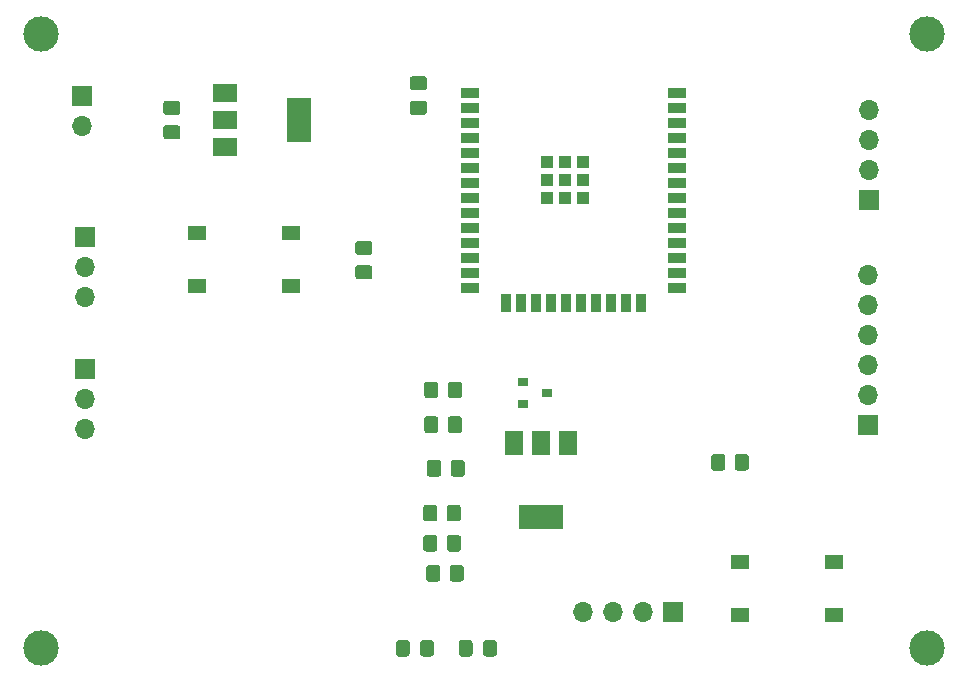
<source format=gbr>
%TF.GenerationSoftware,KiCad,Pcbnew,(5.1.2-1)-1*%
%TF.CreationDate,2022-01-27T07:40:46-05:00*%
%TF.ProjectId,project1-Juan,70726f6a-6563-4743-912d-4a75616e2e6b,rev?*%
%TF.SameCoordinates,Original*%
%TF.FileFunction,Soldermask,Top*%
%TF.FilePolarity,Negative*%
%FSLAX46Y46*%
G04 Gerber Fmt 4.6, Leading zero omitted, Abs format (unit mm)*
G04 Created by KiCad (PCBNEW (5.1.2-1)-1) date 2022-01-27 07:40:46*
%MOMM*%
%LPD*%
G04 APERTURE LIST*
%ADD10R,3.800000X2.000000*%
%ADD11R,1.500000X2.000000*%
%ADD12C,3.000000*%
%ADD13C,0.100000*%
%ADD14C,1.200000*%
%ADD15R,1.550000X1.300000*%
%ADD16R,2.000000X3.800000*%
%ADD17R,2.000000X1.500000*%
%ADD18R,1.700000X1.700000*%
%ADD19O,1.700000X1.700000*%
%ADD20R,0.900000X0.800000*%
%ADD21C,1.175000*%
%ADD22C,1.150000*%
%ADD23R,1.500000X0.900000*%
%ADD24R,0.900000X1.500000*%
%ADD25R,1.050000X1.050000*%
G04 APERTURE END LIST*
D10*
%TO.C,Q2*%
X117348000Y-148946000D03*
D11*
X117348000Y-142646000D03*
X115048000Y-142646000D03*
X119648000Y-142646000D03*
%TD*%
D12*
%TO.C,REF\002A\002A*%
X150000000Y-160000000D03*
%TD*%
%TO.C,REF\002A\002A*%
X150000000Y-108000000D03*
%TD*%
%TO.C,REF\002A\002A*%
X75000000Y-108000000D03*
%TD*%
%TO.C,REF\002A\002A*%
X75000000Y-160000000D03*
%TD*%
D13*
%TO.C,R5*%
G36*
X108594505Y-152971204D02*
G01*
X108618773Y-152974804D01*
X108642572Y-152980765D01*
X108665671Y-152989030D01*
X108687850Y-152999520D01*
X108708893Y-153012132D01*
X108728599Y-153026747D01*
X108746777Y-153043223D01*
X108763253Y-153061401D01*
X108777868Y-153081107D01*
X108790480Y-153102150D01*
X108800970Y-153124329D01*
X108809235Y-153147428D01*
X108815196Y-153171227D01*
X108818796Y-153195495D01*
X108820000Y-153219999D01*
X108820000Y-154120001D01*
X108818796Y-154144505D01*
X108815196Y-154168773D01*
X108809235Y-154192572D01*
X108800970Y-154215671D01*
X108790480Y-154237850D01*
X108777868Y-154258893D01*
X108763253Y-154278599D01*
X108746777Y-154296777D01*
X108728599Y-154313253D01*
X108708893Y-154327868D01*
X108687850Y-154340480D01*
X108665671Y-154350970D01*
X108642572Y-154359235D01*
X108618773Y-154365196D01*
X108594505Y-154368796D01*
X108570001Y-154370000D01*
X107869999Y-154370000D01*
X107845495Y-154368796D01*
X107821227Y-154365196D01*
X107797428Y-154359235D01*
X107774329Y-154350970D01*
X107752150Y-154340480D01*
X107731107Y-154327868D01*
X107711401Y-154313253D01*
X107693223Y-154296777D01*
X107676747Y-154278599D01*
X107662132Y-154258893D01*
X107649520Y-154237850D01*
X107639030Y-154215671D01*
X107630765Y-154192572D01*
X107624804Y-154168773D01*
X107621204Y-154144505D01*
X107620000Y-154120001D01*
X107620000Y-153219999D01*
X107621204Y-153195495D01*
X107624804Y-153171227D01*
X107630765Y-153147428D01*
X107639030Y-153124329D01*
X107649520Y-153102150D01*
X107662132Y-153081107D01*
X107676747Y-153061401D01*
X107693223Y-153043223D01*
X107711401Y-153026747D01*
X107731107Y-153012132D01*
X107752150Y-152999520D01*
X107774329Y-152989030D01*
X107797428Y-152980765D01*
X107821227Y-152974804D01*
X107845495Y-152971204D01*
X107869999Y-152970000D01*
X108570001Y-152970000D01*
X108594505Y-152971204D01*
X108594505Y-152971204D01*
G37*
D14*
X108220000Y-153670000D03*
D13*
G36*
X110594505Y-152971204D02*
G01*
X110618773Y-152974804D01*
X110642572Y-152980765D01*
X110665671Y-152989030D01*
X110687850Y-152999520D01*
X110708893Y-153012132D01*
X110728599Y-153026747D01*
X110746777Y-153043223D01*
X110763253Y-153061401D01*
X110777868Y-153081107D01*
X110790480Y-153102150D01*
X110800970Y-153124329D01*
X110809235Y-153147428D01*
X110815196Y-153171227D01*
X110818796Y-153195495D01*
X110820000Y-153219999D01*
X110820000Y-154120001D01*
X110818796Y-154144505D01*
X110815196Y-154168773D01*
X110809235Y-154192572D01*
X110800970Y-154215671D01*
X110790480Y-154237850D01*
X110777868Y-154258893D01*
X110763253Y-154278599D01*
X110746777Y-154296777D01*
X110728599Y-154313253D01*
X110708893Y-154327868D01*
X110687850Y-154340480D01*
X110665671Y-154350970D01*
X110642572Y-154359235D01*
X110618773Y-154365196D01*
X110594505Y-154368796D01*
X110570001Y-154370000D01*
X109869999Y-154370000D01*
X109845495Y-154368796D01*
X109821227Y-154365196D01*
X109797428Y-154359235D01*
X109774329Y-154350970D01*
X109752150Y-154340480D01*
X109731107Y-154327868D01*
X109711401Y-154313253D01*
X109693223Y-154296777D01*
X109676747Y-154278599D01*
X109662132Y-154258893D01*
X109649520Y-154237850D01*
X109639030Y-154215671D01*
X109630765Y-154192572D01*
X109624804Y-154168773D01*
X109621204Y-154144505D01*
X109620000Y-154120001D01*
X109620000Y-153219999D01*
X109621204Y-153195495D01*
X109624804Y-153171227D01*
X109630765Y-153147428D01*
X109639030Y-153124329D01*
X109649520Y-153102150D01*
X109662132Y-153081107D01*
X109676747Y-153061401D01*
X109693223Y-153043223D01*
X109711401Y-153026747D01*
X109731107Y-153012132D01*
X109752150Y-152999520D01*
X109774329Y-152989030D01*
X109797428Y-152980765D01*
X109821227Y-152974804D01*
X109845495Y-152971204D01*
X109869999Y-152970000D01*
X110570001Y-152970000D01*
X110594505Y-152971204D01*
X110594505Y-152971204D01*
G37*
D14*
X110220000Y-153670000D03*
%TD*%
D13*
%TO.C,R6*%
G36*
X110345585Y-147886124D02*
G01*
X110369853Y-147889724D01*
X110393652Y-147895685D01*
X110416751Y-147903950D01*
X110438930Y-147914440D01*
X110459973Y-147927052D01*
X110479679Y-147941667D01*
X110497857Y-147958143D01*
X110514333Y-147976321D01*
X110528948Y-147996027D01*
X110541560Y-148017070D01*
X110552050Y-148039249D01*
X110560315Y-148062348D01*
X110566276Y-148086147D01*
X110569876Y-148110415D01*
X110571080Y-148134919D01*
X110571080Y-149034921D01*
X110569876Y-149059425D01*
X110566276Y-149083693D01*
X110560315Y-149107492D01*
X110552050Y-149130591D01*
X110541560Y-149152770D01*
X110528948Y-149173813D01*
X110514333Y-149193519D01*
X110497857Y-149211697D01*
X110479679Y-149228173D01*
X110459973Y-149242788D01*
X110438930Y-149255400D01*
X110416751Y-149265890D01*
X110393652Y-149274155D01*
X110369853Y-149280116D01*
X110345585Y-149283716D01*
X110321081Y-149284920D01*
X109621079Y-149284920D01*
X109596575Y-149283716D01*
X109572307Y-149280116D01*
X109548508Y-149274155D01*
X109525409Y-149265890D01*
X109503230Y-149255400D01*
X109482187Y-149242788D01*
X109462481Y-149228173D01*
X109444303Y-149211697D01*
X109427827Y-149193519D01*
X109413212Y-149173813D01*
X109400600Y-149152770D01*
X109390110Y-149130591D01*
X109381845Y-149107492D01*
X109375884Y-149083693D01*
X109372284Y-149059425D01*
X109371080Y-149034921D01*
X109371080Y-148134919D01*
X109372284Y-148110415D01*
X109375884Y-148086147D01*
X109381845Y-148062348D01*
X109390110Y-148039249D01*
X109400600Y-148017070D01*
X109413212Y-147996027D01*
X109427827Y-147976321D01*
X109444303Y-147958143D01*
X109462481Y-147941667D01*
X109482187Y-147927052D01*
X109503230Y-147914440D01*
X109525409Y-147903950D01*
X109548508Y-147895685D01*
X109572307Y-147889724D01*
X109596575Y-147886124D01*
X109621079Y-147884920D01*
X110321081Y-147884920D01*
X110345585Y-147886124D01*
X110345585Y-147886124D01*
G37*
D14*
X109971080Y-148584920D03*
D13*
G36*
X108345585Y-147886124D02*
G01*
X108369853Y-147889724D01*
X108393652Y-147895685D01*
X108416751Y-147903950D01*
X108438930Y-147914440D01*
X108459973Y-147927052D01*
X108479679Y-147941667D01*
X108497857Y-147958143D01*
X108514333Y-147976321D01*
X108528948Y-147996027D01*
X108541560Y-148017070D01*
X108552050Y-148039249D01*
X108560315Y-148062348D01*
X108566276Y-148086147D01*
X108569876Y-148110415D01*
X108571080Y-148134919D01*
X108571080Y-149034921D01*
X108569876Y-149059425D01*
X108566276Y-149083693D01*
X108560315Y-149107492D01*
X108552050Y-149130591D01*
X108541560Y-149152770D01*
X108528948Y-149173813D01*
X108514333Y-149193519D01*
X108497857Y-149211697D01*
X108479679Y-149228173D01*
X108459973Y-149242788D01*
X108438930Y-149255400D01*
X108416751Y-149265890D01*
X108393652Y-149274155D01*
X108369853Y-149280116D01*
X108345585Y-149283716D01*
X108321081Y-149284920D01*
X107621079Y-149284920D01*
X107596575Y-149283716D01*
X107572307Y-149280116D01*
X107548508Y-149274155D01*
X107525409Y-149265890D01*
X107503230Y-149255400D01*
X107482187Y-149242788D01*
X107462481Y-149228173D01*
X107444303Y-149211697D01*
X107427827Y-149193519D01*
X107413212Y-149173813D01*
X107400600Y-149152770D01*
X107390110Y-149130591D01*
X107381845Y-149107492D01*
X107375884Y-149083693D01*
X107372284Y-149059425D01*
X107371080Y-149034921D01*
X107371080Y-148134919D01*
X107372284Y-148110415D01*
X107375884Y-148086147D01*
X107381845Y-148062348D01*
X107390110Y-148039249D01*
X107400600Y-148017070D01*
X107413212Y-147996027D01*
X107427827Y-147976321D01*
X107444303Y-147958143D01*
X107462481Y-147941667D01*
X107482187Y-147927052D01*
X107503230Y-147914440D01*
X107525409Y-147903950D01*
X107548508Y-147895685D01*
X107572307Y-147889724D01*
X107596575Y-147886124D01*
X107621079Y-147884920D01*
X108321081Y-147884920D01*
X108345585Y-147886124D01*
X108345585Y-147886124D01*
G37*
D14*
X107971080Y-148584920D03*
%TD*%
D13*
%TO.C,R7*%
G36*
X110355745Y-150431204D02*
G01*
X110380013Y-150434804D01*
X110403812Y-150440765D01*
X110426911Y-150449030D01*
X110449090Y-150459520D01*
X110470133Y-150472132D01*
X110489839Y-150486747D01*
X110508017Y-150503223D01*
X110524493Y-150521401D01*
X110539108Y-150541107D01*
X110551720Y-150562150D01*
X110562210Y-150584329D01*
X110570475Y-150607428D01*
X110576436Y-150631227D01*
X110580036Y-150655495D01*
X110581240Y-150679999D01*
X110581240Y-151580001D01*
X110580036Y-151604505D01*
X110576436Y-151628773D01*
X110570475Y-151652572D01*
X110562210Y-151675671D01*
X110551720Y-151697850D01*
X110539108Y-151718893D01*
X110524493Y-151738599D01*
X110508017Y-151756777D01*
X110489839Y-151773253D01*
X110470133Y-151787868D01*
X110449090Y-151800480D01*
X110426911Y-151810970D01*
X110403812Y-151819235D01*
X110380013Y-151825196D01*
X110355745Y-151828796D01*
X110331241Y-151830000D01*
X109631239Y-151830000D01*
X109606735Y-151828796D01*
X109582467Y-151825196D01*
X109558668Y-151819235D01*
X109535569Y-151810970D01*
X109513390Y-151800480D01*
X109492347Y-151787868D01*
X109472641Y-151773253D01*
X109454463Y-151756777D01*
X109437987Y-151738599D01*
X109423372Y-151718893D01*
X109410760Y-151697850D01*
X109400270Y-151675671D01*
X109392005Y-151652572D01*
X109386044Y-151628773D01*
X109382444Y-151604505D01*
X109381240Y-151580001D01*
X109381240Y-150679999D01*
X109382444Y-150655495D01*
X109386044Y-150631227D01*
X109392005Y-150607428D01*
X109400270Y-150584329D01*
X109410760Y-150562150D01*
X109423372Y-150541107D01*
X109437987Y-150521401D01*
X109454463Y-150503223D01*
X109472641Y-150486747D01*
X109492347Y-150472132D01*
X109513390Y-150459520D01*
X109535569Y-150449030D01*
X109558668Y-150440765D01*
X109582467Y-150434804D01*
X109606735Y-150431204D01*
X109631239Y-150430000D01*
X110331241Y-150430000D01*
X110355745Y-150431204D01*
X110355745Y-150431204D01*
G37*
D14*
X109981240Y-151130000D03*
D13*
G36*
X108355745Y-150431204D02*
G01*
X108380013Y-150434804D01*
X108403812Y-150440765D01*
X108426911Y-150449030D01*
X108449090Y-150459520D01*
X108470133Y-150472132D01*
X108489839Y-150486747D01*
X108508017Y-150503223D01*
X108524493Y-150521401D01*
X108539108Y-150541107D01*
X108551720Y-150562150D01*
X108562210Y-150584329D01*
X108570475Y-150607428D01*
X108576436Y-150631227D01*
X108580036Y-150655495D01*
X108581240Y-150679999D01*
X108581240Y-151580001D01*
X108580036Y-151604505D01*
X108576436Y-151628773D01*
X108570475Y-151652572D01*
X108562210Y-151675671D01*
X108551720Y-151697850D01*
X108539108Y-151718893D01*
X108524493Y-151738599D01*
X108508017Y-151756777D01*
X108489839Y-151773253D01*
X108470133Y-151787868D01*
X108449090Y-151800480D01*
X108426911Y-151810970D01*
X108403812Y-151819235D01*
X108380013Y-151825196D01*
X108355745Y-151828796D01*
X108331241Y-151830000D01*
X107631239Y-151830000D01*
X107606735Y-151828796D01*
X107582467Y-151825196D01*
X107558668Y-151819235D01*
X107535569Y-151810970D01*
X107513390Y-151800480D01*
X107492347Y-151787868D01*
X107472641Y-151773253D01*
X107454463Y-151756777D01*
X107437987Y-151738599D01*
X107423372Y-151718893D01*
X107410760Y-151697850D01*
X107400270Y-151675671D01*
X107392005Y-151652572D01*
X107386044Y-151628773D01*
X107382444Y-151604505D01*
X107381240Y-151580001D01*
X107381240Y-150679999D01*
X107382444Y-150655495D01*
X107386044Y-150631227D01*
X107392005Y-150607428D01*
X107400270Y-150584329D01*
X107410760Y-150562150D01*
X107423372Y-150541107D01*
X107437987Y-150521401D01*
X107454463Y-150503223D01*
X107472641Y-150486747D01*
X107492347Y-150472132D01*
X107513390Y-150459520D01*
X107535569Y-150449030D01*
X107558668Y-150440765D01*
X107582467Y-150434804D01*
X107606735Y-150431204D01*
X107631239Y-150430000D01*
X108331241Y-150430000D01*
X108355745Y-150431204D01*
X108355745Y-150431204D01*
G37*
D14*
X107981240Y-151130000D03*
%TD*%
D15*
%TO.C,SW1*%
X96177000Y-124877000D03*
X96177000Y-129377000D03*
X88227000Y-129377000D03*
X88227000Y-124877000D03*
%TD*%
%TO.C,SW2*%
X142151000Y-157190000D03*
X142151000Y-152690000D03*
X134201000Y-152690000D03*
X134201000Y-157190000D03*
%TD*%
D16*
%TO.C,U1*%
X96876000Y-115316000D03*
D17*
X90576000Y-115316000D03*
X90576000Y-117616000D03*
X90576000Y-113016000D03*
%TD*%
D18*
%TO.C,J6*%
X78740000Y-125222000D03*
D19*
X78740000Y-127762000D03*
X78740000Y-130302000D03*
%TD*%
D20*
%TO.C,Q1*%
X115840000Y-137480000D03*
X115840000Y-139380000D03*
X117840000Y-138430000D03*
%TD*%
D13*
%TO.C,R1*%
G36*
X110437506Y-137436205D02*
G01*
X110461774Y-137439805D01*
X110485573Y-137445766D01*
X110508672Y-137454031D01*
X110530851Y-137464521D01*
X110551894Y-137477133D01*
X110571600Y-137491748D01*
X110589778Y-137508224D01*
X110606254Y-137526402D01*
X110620869Y-137546108D01*
X110633481Y-137567151D01*
X110643971Y-137589330D01*
X110652236Y-137612429D01*
X110658197Y-137636228D01*
X110661797Y-137660496D01*
X110663001Y-137685000D01*
X110663001Y-138585002D01*
X110661797Y-138609506D01*
X110658197Y-138633774D01*
X110652236Y-138657573D01*
X110643971Y-138680672D01*
X110633481Y-138702851D01*
X110620869Y-138723894D01*
X110606254Y-138743600D01*
X110589778Y-138761778D01*
X110571600Y-138778254D01*
X110551894Y-138792869D01*
X110530851Y-138805481D01*
X110508672Y-138815971D01*
X110485573Y-138824236D01*
X110461774Y-138830197D01*
X110437506Y-138833797D01*
X110413002Y-138835001D01*
X109713000Y-138835001D01*
X109688496Y-138833797D01*
X109664228Y-138830197D01*
X109640429Y-138824236D01*
X109617330Y-138815971D01*
X109595151Y-138805481D01*
X109574108Y-138792869D01*
X109554402Y-138778254D01*
X109536224Y-138761778D01*
X109519748Y-138743600D01*
X109505133Y-138723894D01*
X109492521Y-138702851D01*
X109482031Y-138680672D01*
X109473766Y-138657573D01*
X109467805Y-138633774D01*
X109464205Y-138609506D01*
X109463001Y-138585002D01*
X109463001Y-137685000D01*
X109464205Y-137660496D01*
X109467805Y-137636228D01*
X109473766Y-137612429D01*
X109482031Y-137589330D01*
X109492521Y-137567151D01*
X109505133Y-137546108D01*
X109519748Y-137526402D01*
X109536224Y-137508224D01*
X109554402Y-137491748D01*
X109574108Y-137477133D01*
X109595151Y-137464521D01*
X109617330Y-137454031D01*
X109640429Y-137445766D01*
X109664228Y-137439805D01*
X109688496Y-137436205D01*
X109713000Y-137435001D01*
X110413002Y-137435001D01*
X110437506Y-137436205D01*
X110437506Y-137436205D01*
G37*
D14*
X110063001Y-138135001D03*
D13*
G36*
X108437506Y-137436205D02*
G01*
X108461774Y-137439805D01*
X108485573Y-137445766D01*
X108508672Y-137454031D01*
X108530851Y-137464521D01*
X108551894Y-137477133D01*
X108571600Y-137491748D01*
X108589778Y-137508224D01*
X108606254Y-137526402D01*
X108620869Y-137546108D01*
X108633481Y-137567151D01*
X108643971Y-137589330D01*
X108652236Y-137612429D01*
X108658197Y-137636228D01*
X108661797Y-137660496D01*
X108663001Y-137685000D01*
X108663001Y-138585002D01*
X108661797Y-138609506D01*
X108658197Y-138633774D01*
X108652236Y-138657573D01*
X108643971Y-138680672D01*
X108633481Y-138702851D01*
X108620869Y-138723894D01*
X108606254Y-138743600D01*
X108589778Y-138761778D01*
X108571600Y-138778254D01*
X108551894Y-138792869D01*
X108530851Y-138805481D01*
X108508672Y-138815971D01*
X108485573Y-138824236D01*
X108461774Y-138830197D01*
X108437506Y-138833797D01*
X108413002Y-138835001D01*
X107713000Y-138835001D01*
X107688496Y-138833797D01*
X107664228Y-138830197D01*
X107640429Y-138824236D01*
X107617330Y-138815971D01*
X107595151Y-138805481D01*
X107574108Y-138792869D01*
X107554402Y-138778254D01*
X107536224Y-138761778D01*
X107519748Y-138743600D01*
X107505133Y-138723894D01*
X107492521Y-138702851D01*
X107482031Y-138680672D01*
X107473766Y-138657573D01*
X107467805Y-138633774D01*
X107464205Y-138609506D01*
X107463001Y-138585002D01*
X107463001Y-137685000D01*
X107464205Y-137660496D01*
X107467805Y-137636228D01*
X107473766Y-137612429D01*
X107482031Y-137589330D01*
X107492521Y-137567151D01*
X107505133Y-137546108D01*
X107519748Y-137526402D01*
X107536224Y-137508224D01*
X107554402Y-137491748D01*
X107574108Y-137477133D01*
X107595151Y-137464521D01*
X107617330Y-137454031D01*
X107640429Y-137445766D01*
X107664228Y-137439805D01*
X107688496Y-137436205D01*
X107713000Y-137435001D01*
X108413002Y-137435001D01*
X108437506Y-137436205D01*
X108437506Y-137436205D01*
G37*
D14*
X108063001Y-138135001D03*
%TD*%
D13*
%TO.C,R2*%
G36*
X108437506Y-140386205D02*
G01*
X108461774Y-140389805D01*
X108485573Y-140395766D01*
X108508672Y-140404031D01*
X108530851Y-140414521D01*
X108551894Y-140427133D01*
X108571600Y-140441748D01*
X108589778Y-140458224D01*
X108606254Y-140476402D01*
X108620869Y-140496108D01*
X108633481Y-140517151D01*
X108643971Y-140539330D01*
X108652236Y-140562429D01*
X108658197Y-140586228D01*
X108661797Y-140610496D01*
X108663001Y-140635000D01*
X108663001Y-141535002D01*
X108661797Y-141559506D01*
X108658197Y-141583774D01*
X108652236Y-141607573D01*
X108643971Y-141630672D01*
X108633481Y-141652851D01*
X108620869Y-141673894D01*
X108606254Y-141693600D01*
X108589778Y-141711778D01*
X108571600Y-141728254D01*
X108551894Y-141742869D01*
X108530851Y-141755481D01*
X108508672Y-141765971D01*
X108485573Y-141774236D01*
X108461774Y-141780197D01*
X108437506Y-141783797D01*
X108413002Y-141785001D01*
X107713000Y-141785001D01*
X107688496Y-141783797D01*
X107664228Y-141780197D01*
X107640429Y-141774236D01*
X107617330Y-141765971D01*
X107595151Y-141755481D01*
X107574108Y-141742869D01*
X107554402Y-141728254D01*
X107536224Y-141711778D01*
X107519748Y-141693600D01*
X107505133Y-141673894D01*
X107492521Y-141652851D01*
X107482031Y-141630672D01*
X107473766Y-141607573D01*
X107467805Y-141583774D01*
X107464205Y-141559506D01*
X107463001Y-141535002D01*
X107463001Y-140635000D01*
X107464205Y-140610496D01*
X107467805Y-140586228D01*
X107473766Y-140562429D01*
X107482031Y-140539330D01*
X107492521Y-140517151D01*
X107505133Y-140496108D01*
X107519748Y-140476402D01*
X107536224Y-140458224D01*
X107554402Y-140441748D01*
X107574108Y-140427133D01*
X107595151Y-140414521D01*
X107617330Y-140404031D01*
X107640429Y-140395766D01*
X107664228Y-140389805D01*
X107688496Y-140386205D01*
X107713000Y-140385001D01*
X108413002Y-140385001D01*
X108437506Y-140386205D01*
X108437506Y-140386205D01*
G37*
D14*
X108063001Y-141085001D03*
D13*
G36*
X110437506Y-140386205D02*
G01*
X110461774Y-140389805D01*
X110485573Y-140395766D01*
X110508672Y-140404031D01*
X110530851Y-140414521D01*
X110551894Y-140427133D01*
X110571600Y-140441748D01*
X110589778Y-140458224D01*
X110606254Y-140476402D01*
X110620869Y-140496108D01*
X110633481Y-140517151D01*
X110643971Y-140539330D01*
X110652236Y-140562429D01*
X110658197Y-140586228D01*
X110661797Y-140610496D01*
X110663001Y-140635000D01*
X110663001Y-141535002D01*
X110661797Y-141559506D01*
X110658197Y-141583774D01*
X110652236Y-141607573D01*
X110643971Y-141630672D01*
X110633481Y-141652851D01*
X110620869Y-141673894D01*
X110606254Y-141693600D01*
X110589778Y-141711778D01*
X110571600Y-141728254D01*
X110551894Y-141742869D01*
X110530851Y-141755481D01*
X110508672Y-141765971D01*
X110485573Y-141774236D01*
X110461774Y-141780197D01*
X110437506Y-141783797D01*
X110413002Y-141785001D01*
X109713000Y-141785001D01*
X109688496Y-141783797D01*
X109664228Y-141780197D01*
X109640429Y-141774236D01*
X109617330Y-141765971D01*
X109595151Y-141755481D01*
X109574108Y-141742869D01*
X109554402Y-141728254D01*
X109536224Y-141711778D01*
X109519748Y-141693600D01*
X109505133Y-141673894D01*
X109492521Y-141652851D01*
X109482031Y-141630672D01*
X109473766Y-141607573D01*
X109467805Y-141583774D01*
X109464205Y-141559506D01*
X109463001Y-141535002D01*
X109463001Y-140635000D01*
X109464205Y-140610496D01*
X109467805Y-140586228D01*
X109473766Y-140562429D01*
X109482031Y-140539330D01*
X109492521Y-140517151D01*
X109505133Y-140496108D01*
X109519748Y-140476402D01*
X109536224Y-140458224D01*
X109554402Y-140441748D01*
X109574108Y-140427133D01*
X109595151Y-140414521D01*
X109617330Y-140404031D01*
X109640429Y-140395766D01*
X109664228Y-140389805D01*
X109688496Y-140386205D01*
X109713000Y-140385001D01*
X110413002Y-140385001D01*
X110437506Y-140386205D01*
X110437506Y-140386205D01*
G37*
D14*
X110063001Y-141085001D03*
%TD*%
D13*
%TO.C,R3*%
G36*
X108670705Y-144086284D02*
G01*
X108694973Y-144089884D01*
X108718772Y-144095845D01*
X108741871Y-144104110D01*
X108764050Y-144114600D01*
X108785093Y-144127212D01*
X108804799Y-144141827D01*
X108822977Y-144158303D01*
X108839453Y-144176481D01*
X108854068Y-144196187D01*
X108866680Y-144217230D01*
X108877170Y-144239409D01*
X108885435Y-144262508D01*
X108891396Y-144286307D01*
X108894996Y-144310575D01*
X108896200Y-144335079D01*
X108896200Y-145235081D01*
X108894996Y-145259585D01*
X108891396Y-145283853D01*
X108885435Y-145307652D01*
X108877170Y-145330751D01*
X108866680Y-145352930D01*
X108854068Y-145373973D01*
X108839453Y-145393679D01*
X108822977Y-145411857D01*
X108804799Y-145428333D01*
X108785093Y-145442948D01*
X108764050Y-145455560D01*
X108741871Y-145466050D01*
X108718772Y-145474315D01*
X108694973Y-145480276D01*
X108670705Y-145483876D01*
X108646201Y-145485080D01*
X107946199Y-145485080D01*
X107921695Y-145483876D01*
X107897427Y-145480276D01*
X107873628Y-145474315D01*
X107850529Y-145466050D01*
X107828350Y-145455560D01*
X107807307Y-145442948D01*
X107787601Y-145428333D01*
X107769423Y-145411857D01*
X107752947Y-145393679D01*
X107738332Y-145373973D01*
X107725720Y-145352930D01*
X107715230Y-145330751D01*
X107706965Y-145307652D01*
X107701004Y-145283853D01*
X107697404Y-145259585D01*
X107696200Y-145235081D01*
X107696200Y-144335079D01*
X107697404Y-144310575D01*
X107701004Y-144286307D01*
X107706965Y-144262508D01*
X107715230Y-144239409D01*
X107725720Y-144217230D01*
X107738332Y-144196187D01*
X107752947Y-144176481D01*
X107769423Y-144158303D01*
X107787601Y-144141827D01*
X107807307Y-144127212D01*
X107828350Y-144114600D01*
X107850529Y-144104110D01*
X107873628Y-144095845D01*
X107897427Y-144089884D01*
X107921695Y-144086284D01*
X107946199Y-144085080D01*
X108646201Y-144085080D01*
X108670705Y-144086284D01*
X108670705Y-144086284D01*
G37*
D14*
X108296200Y-144785080D03*
D13*
G36*
X110670705Y-144086284D02*
G01*
X110694973Y-144089884D01*
X110718772Y-144095845D01*
X110741871Y-144104110D01*
X110764050Y-144114600D01*
X110785093Y-144127212D01*
X110804799Y-144141827D01*
X110822977Y-144158303D01*
X110839453Y-144176481D01*
X110854068Y-144196187D01*
X110866680Y-144217230D01*
X110877170Y-144239409D01*
X110885435Y-144262508D01*
X110891396Y-144286307D01*
X110894996Y-144310575D01*
X110896200Y-144335079D01*
X110896200Y-145235081D01*
X110894996Y-145259585D01*
X110891396Y-145283853D01*
X110885435Y-145307652D01*
X110877170Y-145330751D01*
X110866680Y-145352930D01*
X110854068Y-145373973D01*
X110839453Y-145393679D01*
X110822977Y-145411857D01*
X110804799Y-145428333D01*
X110785093Y-145442948D01*
X110764050Y-145455560D01*
X110741871Y-145466050D01*
X110718772Y-145474315D01*
X110694973Y-145480276D01*
X110670705Y-145483876D01*
X110646201Y-145485080D01*
X109946199Y-145485080D01*
X109921695Y-145483876D01*
X109897427Y-145480276D01*
X109873628Y-145474315D01*
X109850529Y-145466050D01*
X109828350Y-145455560D01*
X109807307Y-145442948D01*
X109787601Y-145428333D01*
X109769423Y-145411857D01*
X109752947Y-145393679D01*
X109738332Y-145373973D01*
X109725720Y-145352930D01*
X109715230Y-145330751D01*
X109706965Y-145307652D01*
X109701004Y-145283853D01*
X109697404Y-145259585D01*
X109696200Y-145235081D01*
X109696200Y-144335079D01*
X109697404Y-144310575D01*
X109701004Y-144286307D01*
X109706965Y-144262508D01*
X109715230Y-144239409D01*
X109725720Y-144217230D01*
X109738332Y-144196187D01*
X109752947Y-144176481D01*
X109769423Y-144158303D01*
X109787601Y-144141827D01*
X109807307Y-144127212D01*
X109828350Y-144114600D01*
X109850529Y-144104110D01*
X109873628Y-144095845D01*
X109897427Y-144089884D01*
X109921695Y-144086284D01*
X109946199Y-144085080D01*
X110646201Y-144085080D01*
X110670705Y-144086284D01*
X110670705Y-144086284D01*
G37*
D14*
X110296200Y-144785080D03*
%TD*%
D13*
%TO.C,R4*%
G36*
X134724505Y-143573204D02*
G01*
X134748773Y-143576804D01*
X134772572Y-143582765D01*
X134795671Y-143591030D01*
X134817850Y-143601520D01*
X134838893Y-143614132D01*
X134858599Y-143628747D01*
X134876777Y-143645223D01*
X134893253Y-143663401D01*
X134907868Y-143683107D01*
X134920480Y-143704150D01*
X134930970Y-143726329D01*
X134939235Y-143749428D01*
X134945196Y-143773227D01*
X134948796Y-143797495D01*
X134950000Y-143821999D01*
X134950000Y-144722001D01*
X134948796Y-144746505D01*
X134945196Y-144770773D01*
X134939235Y-144794572D01*
X134930970Y-144817671D01*
X134920480Y-144839850D01*
X134907868Y-144860893D01*
X134893253Y-144880599D01*
X134876777Y-144898777D01*
X134858599Y-144915253D01*
X134838893Y-144929868D01*
X134817850Y-144942480D01*
X134795671Y-144952970D01*
X134772572Y-144961235D01*
X134748773Y-144967196D01*
X134724505Y-144970796D01*
X134700001Y-144972000D01*
X133999999Y-144972000D01*
X133975495Y-144970796D01*
X133951227Y-144967196D01*
X133927428Y-144961235D01*
X133904329Y-144952970D01*
X133882150Y-144942480D01*
X133861107Y-144929868D01*
X133841401Y-144915253D01*
X133823223Y-144898777D01*
X133806747Y-144880599D01*
X133792132Y-144860893D01*
X133779520Y-144839850D01*
X133769030Y-144817671D01*
X133760765Y-144794572D01*
X133754804Y-144770773D01*
X133751204Y-144746505D01*
X133750000Y-144722001D01*
X133750000Y-143821999D01*
X133751204Y-143797495D01*
X133754804Y-143773227D01*
X133760765Y-143749428D01*
X133769030Y-143726329D01*
X133779520Y-143704150D01*
X133792132Y-143683107D01*
X133806747Y-143663401D01*
X133823223Y-143645223D01*
X133841401Y-143628747D01*
X133861107Y-143614132D01*
X133882150Y-143601520D01*
X133904329Y-143591030D01*
X133927428Y-143582765D01*
X133951227Y-143576804D01*
X133975495Y-143573204D01*
X133999999Y-143572000D01*
X134700001Y-143572000D01*
X134724505Y-143573204D01*
X134724505Y-143573204D01*
G37*
D14*
X134350000Y-144272000D03*
D13*
G36*
X132724505Y-143573204D02*
G01*
X132748773Y-143576804D01*
X132772572Y-143582765D01*
X132795671Y-143591030D01*
X132817850Y-143601520D01*
X132838893Y-143614132D01*
X132858599Y-143628747D01*
X132876777Y-143645223D01*
X132893253Y-143663401D01*
X132907868Y-143683107D01*
X132920480Y-143704150D01*
X132930970Y-143726329D01*
X132939235Y-143749428D01*
X132945196Y-143773227D01*
X132948796Y-143797495D01*
X132950000Y-143821999D01*
X132950000Y-144722001D01*
X132948796Y-144746505D01*
X132945196Y-144770773D01*
X132939235Y-144794572D01*
X132930970Y-144817671D01*
X132920480Y-144839850D01*
X132907868Y-144860893D01*
X132893253Y-144880599D01*
X132876777Y-144898777D01*
X132858599Y-144915253D01*
X132838893Y-144929868D01*
X132817850Y-144942480D01*
X132795671Y-144952970D01*
X132772572Y-144961235D01*
X132748773Y-144967196D01*
X132724505Y-144970796D01*
X132700001Y-144972000D01*
X131999999Y-144972000D01*
X131975495Y-144970796D01*
X131951227Y-144967196D01*
X131927428Y-144961235D01*
X131904329Y-144952970D01*
X131882150Y-144942480D01*
X131861107Y-144929868D01*
X131841401Y-144915253D01*
X131823223Y-144898777D01*
X131806747Y-144880599D01*
X131792132Y-144860893D01*
X131779520Y-144839850D01*
X131769030Y-144817671D01*
X131760765Y-144794572D01*
X131754804Y-144770773D01*
X131751204Y-144746505D01*
X131750000Y-144722001D01*
X131750000Y-143821999D01*
X131751204Y-143797495D01*
X131754804Y-143773227D01*
X131760765Y-143749428D01*
X131769030Y-143726329D01*
X131779520Y-143704150D01*
X131792132Y-143683107D01*
X131806747Y-143663401D01*
X131823223Y-143645223D01*
X131841401Y-143628747D01*
X131861107Y-143614132D01*
X131882150Y-143601520D01*
X131904329Y-143591030D01*
X131927428Y-143582765D01*
X131951227Y-143576804D01*
X131975495Y-143573204D01*
X131999999Y-143572000D01*
X132700001Y-143572000D01*
X132724505Y-143573204D01*
X132724505Y-143573204D01*
G37*
D14*
X132350000Y-144272000D03*
%TD*%
D13*
%TO.C,C2*%
G36*
X107463984Y-111599244D02*
G01*
X107488253Y-111602844D01*
X107512051Y-111608805D01*
X107535151Y-111617070D01*
X107557329Y-111627560D01*
X107578373Y-111640173D01*
X107598078Y-111654787D01*
X107616257Y-111671263D01*
X107632733Y-111689442D01*
X107647347Y-111709147D01*
X107659960Y-111730191D01*
X107670450Y-111752369D01*
X107678715Y-111775469D01*
X107684676Y-111799267D01*
X107688276Y-111823536D01*
X107689480Y-111848040D01*
X107689480Y-112523040D01*
X107688276Y-112547544D01*
X107684676Y-112571813D01*
X107678715Y-112595611D01*
X107670450Y-112618711D01*
X107659960Y-112640889D01*
X107647347Y-112661933D01*
X107632733Y-112681638D01*
X107616257Y-112699817D01*
X107598078Y-112716293D01*
X107578373Y-112730907D01*
X107557329Y-112743520D01*
X107535151Y-112754010D01*
X107512051Y-112762275D01*
X107488253Y-112768236D01*
X107463984Y-112771836D01*
X107439480Y-112773040D01*
X106489480Y-112773040D01*
X106464976Y-112771836D01*
X106440707Y-112768236D01*
X106416909Y-112762275D01*
X106393809Y-112754010D01*
X106371631Y-112743520D01*
X106350587Y-112730907D01*
X106330882Y-112716293D01*
X106312703Y-112699817D01*
X106296227Y-112681638D01*
X106281613Y-112661933D01*
X106269000Y-112640889D01*
X106258510Y-112618711D01*
X106250245Y-112595611D01*
X106244284Y-112571813D01*
X106240684Y-112547544D01*
X106239480Y-112523040D01*
X106239480Y-111848040D01*
X106240684Y-111823536D01*
X106244284Y-111799267D01*
X106250245Y-111775469D01*
X106258510Y-111752369D01*
X106269000Y-111730191D01*
X106281613Y-111709147D01*
X106296227Y-111689442D01*
X106312703Y-111671263D01*
X106330882Y-111654787D01*
X106350587Y-111640173D01*
X106371631Y-111627560D01*
X106393809Y-111617070D01*
X106416909Y-111608805D01*
X106440707Y-111602844D01*
X106464976Y-111599244D01*
X106489480Y-111598040D01*
X107439480Y-111598040D01*
X107463984Y-111599244D01*
X107463984Y-111599244D01*
G37*
D21*
X106964480Y-112185540D03*
D13*
G36*
X107463984Y-113674244D02*
G01*
X107488253Y-113677844D01*
X107512051Y-113683805D01*
X107535151Y-113692070D01*
X107557329Y-113702560D01*
X107578373Y-113715173D01*
X107598078Y-113729787D01*
X107616257Y-113746263D01*
X107632733Y-113764442D01*
X107647347Y-113784147D01*
X107659960Y-113805191D01*
X107670450Y-113827369D01*
X107678715Y-113850469D01*
X107684676Y-113874267D01*
X107688276Y-113898536D01*
X107689480Y-113923040D01*
X107689480Y-114598040D01*
X107688276Y-114622544D01*
X107684676Y-114646813D01*
X107678715Y-114670611D01*
X107670450Y-114693711D01*
X107659960Y-114715889D01*
X107647347Y-114736933D01*
X107632733Y-114756638D01*
X107616257Y-114774817D01*
X107598078Y-114791293D01*
X107578373Y-114805907D01*
X107557329Y-114818520D01*
X107535151Y-114829010D01*
X107512051Y-114837275D01*
X107488253Y-114843236D01*
X107463984Y-114846836D01*
X107439480Y-114848040D01*
X106489480Y-114848040D01*
X106464976Y-114846836D01*
X106440707Y-114843236D01*
X106416909Y-114837275D01*
X106393809Y-114829010D01*
X106371631Y-114818520D01*
X106350587Y-114805907D01*
X106330882Y-114791293D01*
X106312703Y-114774817D01*
X106296227Y-114756638D01*
X106281613Y-114736933D01*
X106269000Y-114715889D01*
X106258510Y-114693711D01*
X106250245Y-114670611D01*
X106244284Y-114646813D01*
X106240684Y-114622544D01*
X106239480Y-114598040D01*
X106239480Y-113923040D01*
X106240684Y-113898536D01*
X106244284Y-113874267D01*
X106250245Y-113850469D01*
X106258510Y-113827369D01*
X106269000Y-113805191D01*
X106281613Y-113784147D01*
X106296227Y-113764442D01*
X106312703Y-113746263D01*
X106330882Y-113729787D01*
X106350587Y-113715173D01*
X106371631Y-113702560D01*
X106393809Y-113692070D01*
X106416909Y-113683805D01*
X106440707Y-113677844D01*
X106464976Y-113674244D01*
X106489480Y-113673040D01*
X107439480Y-113673040D01*
X107463984Y-113674244D01*
X107463984Y-113674244D01*
G37*
D21*
X106964480Y-114260540D03*
%TD*%
D18*
%TO.C,J3*%
X145161000Y-122047000D03*
D19*
X145161000Y-119507000D03*
X145161000Y-116967000D03*
X145161000Y-114427000D03*
%TD*%
D13*
%TO.C,D2*%
G36*
X106004505Y-159321204D02*
G01*
X106028773Y-159324804D01*
X106052572Y-159330765D01*
X106075671Y-159339030D01*
X106097850Y-159349520D01*
X106118893Y-159362132D01*
X106138599Y-159376747D01*
X106156777Y-159393223D01*
X106173253Y-159411401D01*
X106187868Y-159431107D01*
X106200480Y-159452150D01*
X106210970Y-159474329D01*
X106219235Y-159497428D01*
X106225196Y-159521227D01*
X106228796Y-159545495D01*
X106230000Y-159569999D01*
X106230000Y-160470001D01*
X106228796Y-160494505D01*
X106225196Y-160518773D01*
X106219235Y-160542572D01*
X106210970Y-160565671D01*
X106200480Y-160587850D01*
X106187868Y-160608893D01*
X106173253Y-160628599D01*
X106156777Y-160646777D01*
X106138599Y-160663253D01*
X106118893Y-160677868D01*
X106097850Y-160690480D01*
X106075671Y-160700970D01*
X106052572Y-160709235D01*
X106028773Y-160715196D01*
X106004505Y-160718796D01*
X105980001Y-160720000D01*
X105329999Y-160720000D01*
X105305495Y-160718796D01*
X105281227Y-160715196D01*
X105257428Y-160709235D01*
X105234329Y-160700970D01*
X105212150Y-160690480D01*
X105191107Y-160677868D01*
X105171401Y-160663253D01*
X105153223Y-160646777D01*
X105136747Y-160628599D01*
X105122132Y-160608893D01*
X105109520Y-160587850D01*
X105099030Y-160565671D01*
X105090765Y-160542572D01*
X105084804Y-160518773D01*
X105081204Y-160494505D01*
X105080000Y-160470001D01*
X105080000Y-159569999D01*
X105081204Y-159545495D01*
X105084804Y-159521227D01*
X105090765Y-159497428D01*
X105099030Y-159474329D01*
X105109520Y-159452150D01*
X105122132Y-159431107D01*
X105136747Y-159411401D01*
X105153223Y-159393223D01*
X105171401Y-159376747D01*
X105191107Y-159362132D01*
X105212150Y-159349520D01*
X105234329Y-159339030D01*
X105257428Y-159330765D01*
X105281227Y-159324804D01*
X105305495Y-159321204D01*
X105329999Y-159320000D01*
X105980001Y-159320000D01*
X106004505Y-159321204D01*
X106004505Y-159321204D01*
G37*
D22*
X105655000Y-160020000D03*
D13*
G36*
X108054505Y-159321204D02*
G01*
X108078773Y-159324804D01*
X108102572Y-159330765D01*
X108125671Y-159339030D01*
X108147850Y-159349520D01*
X108168893Y-159362132D01*
X108188599Y-159376747D01*
X108206777Y-159393223D01*
X108223253Y-159411401D01*
X108237868Y-159431107D01*
X108250480Y-159452150D01*
X108260970Y-159474329D01*
X108269235Y-159497428D01*
X108275196Y-159521227D01*
X108278796Y-159545495D01*
X108280000Y-159569999D01*
X108280000Y-160470001D01*
X108278796Y-160494505D01*
X108275196Y-160518773D01*
X108269235Y-160542572D01*
X108260970Y-160565671D01*
X108250480Y-160587850D01*
X108237868Y-160608893D01*
X108223253Y-160628599D01*
X108206777Y-160646777D01*
X108188599Y-160663253D01*
X108168893Y-160677868D01*
X108147850Y-160690480D01*
X108125671Y-160700970D01*
X108102572Y-160709235D01*
X108078773Y-160715196D01*
X108054505Y-160718796D01*
X108030001Y-160720000D01*
X107379999Y-160720000D01*
X107355495Y-160718796D01*
X107331227Y-160715196D01*
X107307428Y-160709235D01*
X107284329Y-160700970D01*
X107262150Y-160690480D01*
X107241107Y-160677868D01*
X107221401Y-160663253D01*
X107203223Y-160646777D01*
X107186747Y-160628599D01*
X107172132Y-160608893D01*
X107159520Y-160587850D01*
X107149030Y-160565671D01*
X107140765Y-160542572D01*
X107134804Y-160518773D01*
X107131204Y-160494505D01*
X107130000Y-160470001D01*
X107130000Y-159569999D01*
X107131204Y-159545495D01*
X107134804Y-159521227D01*
X107140765Y-159497428D01*
X107149030Y-159474329D01*
X107159520Y-159452150D01*
X107172132Y-159431107D01*
X107186747Y-159411401D01*
X107203223Y-159393223D01*
X107221401Y-159376747D01*
X107241107Y-159362132D01*
X107262150Y-159349520D01*
X107284329Y-159339030D01*
X107307428Y-159330765D01*
X107331227Y-159324804D01*
X107355495Y-159321204D01*
X107379999Y-159320000D01*
X108030001Y-159320000D01*
X108054505Y-159321204D01*
X108054505Y-159321204D01*
G37*
D22*
X107705000Y-160020000D03*
%TD*%
D13*
%TO.C,C3*%
G36*
X102861504Y-125524704D02*
G01*
X102885773Y-125528304D01*
X102909571Y-125534265D01*
X102932671Y-125542530D01*
X102954849Y-125553020D01*
X102975893Y-125565633D01*
X102995598Y-125580247D01*
X103013777Y-125596723D01*
X103030253Y-125614902D01*
X103044867Y-125634607D01*
X103057480Y-125655651D01*
X103067970Y-125677829D01*
X103076235Y-125700929D01*
X103082196Y-125724727D01*
X103085796Y-125748996D01*
X103087000Y-125773500D01*
X103087000Y-126448500D01*
X103085796Y-126473004D01*
X103082196Y-126497273D01*
X103076235Y-126521071D01*
X103067970Y-126544171D01*
X103057480Y-126566349D01*
X103044867Y-126587393D01*
X103030253Y-126607098D01*
X103013777Y-126625277D01*
X102995598Y-126641753D01*
X102975893Y-126656367D01*
X102954849Y-126668980D01*
X102932671Y-126679470D01*
X102909571Y-126687735D01*
X102885773Y-126693696D01*
X102861504Y-126697296D01*
X102837000Y-126698500D01*
X101887000Y-126698500D01*
X101862496Y-126697296D01*
X101838227Y-126693696D01*
X101814429Y-126687735D01*
X101791329Y-126679470D01*
X101769151Y-126668980D01*
X101748107Y-126656367D01*
X101728402Y-126641753D01*
X101710223Y-126625277D01*
X101693747Y-126607098D01*
X101679133Y-126587393D01*
X101666520Y-126566349D01*
X101656030Y-126544171D01*
X101647765Y-126521071D01*
X101641804Y-126497273D01*
X101638204Y-126473004D01*
X101637000Y-126448500D01*
X101637000Y-125773500D01*
X101638204Y-125748996D01*
X101641804Y-125724727D01*
X101647765Y-125700929D01*
X101656030Y-125677829D01*
X101666520Y-125655651D01*
X101679133Y-125634607D01*
X101693747Y-125614902D01*
X101710223Y-125596723D01*
X101728402Y-125580247D01*
X101748107Y-125565633D01*
X101769151Y-125553020D01*
X101791329Y-125542530D01*
X101814429Y-125534265D01*
X101838227Y-125528304D01*
X101862496Y-125524704D01*
X101887000Y-125523500D01*
X102837000Y-125523500D01*
X102861504Y-125524704D01*
X102861504Y-125524704D01*
G37*
D21*
X102362000Y-126111000D03*
D13*
G36*
X102861504Y-127599704D02*
G01*
X102885773Y-127603304D01*
X102909571Y-127609265D01*
X102932671Y-127617530D01*
X102954849Y-127628020D01*
X102975893Y-127640633D01*
X102995598Y-127655247D01*
X103013777Y-127671723D01*
X103030253Y-127689902D01*
X103044867Y-127709607D01*
X103057480Y-127730651D01*
X103067970Y-127752829D01*
X103076235Y-127775929D01*
X103082196Y-127799727D01*
X103085796Y-127823996D01*
X103087000Y-127848500D01*
X103087000Y-128523500D01*
X103085796Y-128548004D01*
X103082196Y-128572273D01*
X103076235Y-128596071D01*
X103067970Y-128619171D01*
X103057480Y-128641349D01*
X103044867Y-128662393D01*
X103030253Y-128682098D01*
X103013777Y-128700277D01*
X102995598Y-128716753D01*
X102975893Y-128731367D01*
X102954849Y-128743980D01*
X102932671Y-128754470D01*
X102909571Y-128762735D01*
X102885773Y-128768696D01*
X102861504Y-128772296D01*
X102837000Y-128773500D01*
X101887000Y-128773500D01*
X101862496Y-128772296D01*
X101838227Y-128768696D01*
X101814429Y-128762735D01*
X101791329Y-128754470D01*
X101769151Y-128743980D01*
X101748107Y-128731367D01*
X101728402Y-128716753D01*
X101710223Y-128700277D01*
X101693747Y-128682098D01*
X101679133Y-128662393D01*
X101666520Y-128641349D01*
X101656030Y-128619171D01*
X101647765Y-128596071D01*
X101641804Y-128572273D01*
X101638204Y-128548004D01*
X101637000Y-128523500D01*
X101637000Y-127848500D01*
X101638204Y-127823996D01*
X101641804Y-127799727D01*
X101647765Y-127775929D01*
X101656030Y-127752829D01*
X101666520Y-127730651D01*
X101679133Y-127709607D01*
X101693747Y-127689902D01*
X101710223Y-127671723D01*
X101728402Y-127655247D01*
X101748107Y-127640633D01*
X101769151Y-127628020D01*
X101791329Y-127617530D01*
X101814429Y-127609265D01*
X101838227Y-127603304D01*
X101862496Y-127599704D01*
X101887000Y-127598500D01*
X102837000Y-127598500D01*
X102861504Y-127599704D01*
X102861504Y-127599704D01*
G37*
D21*
X102362000Y-128186000D03*
%TD*%
D13*
%TO.C,C1*%
G36*
X86605504Y-113670704D02*
G01*
X86629773Y-113674304D01*
X86653571Y-113680265D01*
X86676671Y-113688530D01*
X86698849Y-113699020D01*
X86719893Y-113711633D01*
X86739598Y-113726247D01*
X86757777Y-113742723D01*
X86774253Y-113760902D01*
X86788867Y-113780607D01*
X86801480Y-113801651D01*
X86811970Y-113823829D01*
X86820235Y-113846929D01*
X86826196Y-113870727D01*
X86829796Y-113894996D01*
X86831000Y-113919500D01*
X86831000Y-114594500D01*
X86829796Y-114619004D01*
X86826196Y-114643273D01*
X86820235Y-114667071D01*
X86811970Y-114690171D01*
X86801480Y-114712349D01*
X86788867Y-114733393D01*
X86774253Y-114753098D01*
X86757777Y-114771277D01*
X86739598Y-114787753D01*
X86719893Y-114802367D01*
X86698849Y-114814980D01*
X86676671Y-114825470D01*
X86653571Y-114833735D01*
X86629773Y-114839696D01*
X86605504Y-114843296D01*
X86581000Y-114844500D01*
X85631000Y-114844500D01*
X85606496Y-114843296D01*
X85582227Y-114839696D01*
X85558429Y-114833735D01*
X85535329Y-114825470D01*
X85513151Y-114814980D01*
X85492107Y-114802367D01*
X85472402Y-114787753D01*
X85454223Y-114771277D01*
X85437747Y-114753098D01*
X85423133Y-114733393D01*
X85410520Y-114712349D01*
X85400030Y-114690171D01*
X85391765Y-114667071D01*
X85385804Y-114643273D01*
X85382204Y-114619004D01*
X85381000Y-114594500D01*
X85381000Y-113919500D01*
X85382204Y-113894996D01*
X85385804Y-113870727D01*
X85391765Y-113846929D01*
X85400030Y-113823829D01*
X85410520Y-113801651D01*
X85423133Y-113780607D01*
X85437747Y-113760902D01*
X85454223Y-113742723D01*
X85472402Y-113726247D01*
X85492107Y-113711633D01*
X85513151Y-113699020D01*
X85535329Y-113688530D01*
X85558429Y-113680265D01*
X85582227Y-113674304D01*
X85606496Y-113670704D01*
X85631000Y-113669500D01*
X86581000Y-113669500D01*
X86605504Y-113670704D01*
X86605504Y-113670704D01*
G37*
D21*
X86106000Y-114257000D03*
D13*
G36*
X86605504Y-115745704D02*
G01*
X86629773Y-115749304D01*
X86653571Y-115755265D01*
X86676671Y-115763530D01*
X86698849Y-115774020D01*
X86719893Y-115786633D01*
X86739598Y-115801247D01*
X86757777Y-115817723D01*
X86774253Y-115835902D01*
X86788867Y-115855607D01*
X86801480Y-115876651D01*
X86811970Y-115898829D01*
X86820235Y-115921929D01*
X86826196Y-115945727D01*
X86829796Y-115969996D01*
X86831000Y-115994500D01*
X86831000Y-116669500D01*
X86829796Y-116694004D01*
X86826196Y-116718273D01*
X86820235Y-116742071D01*
X86811970Y-116765171D01*
X86801480Y-116787349D01*
X86788867Y-116808393D01*
X86774253Y-116828098D01*
X86757777Y-116846277D01*
X86739598Y-116862753D01*
X86719893Y-116877367D01*
X86698849Y-116889980D01*
X86676671Y-116900470D01*
X86653571Y-116908735D01*
X86629773Y-116914696D01*
X86605504Y-116918296D01*
X86581000Y-116919500D01*
X85631000Y-116919500D01*
X85606496Y-116918296D01*
X85582227Y-116914696D01*
X85558429Y-116908735D01*
X85535329Y-116900470D01*
X85513151Y-116889980D01*
X85492107Y-116877367D01*
X85472402Y-116862753D01*
X85454223Y-116846277D01*
X85437747Y-116828098D01*
X85423133Y-116808393D01*
X85410520Y-116787349D01*
X85400030Y-116765171D01*
X85391765Y-116742071D01*
X85385804Y-116718273D01*
X85382204Y-116694004D01*
X85381000Y-116669500D01*
X85381000Y-115994500D01*
X85382204Y-115969996D01*
X85385804Y-115945727D01*
X85391765Y-115921929D01*
X85400030Y-115898829D01*
X85410520Y-115876651D01*
X85423133Y-115855607D01*
X85437747Y-115835902D01*
X85454223Y-115817723D01*
X85472402Y-115801247D01*
X85492107Y-115786633D01*
X85513151Y-115774020D01*
X85535329Y-115763530D01*
X85558429Y-115755265D01*
X85582227Y-115749304D01*
X85606496Y-115745704D01*
X85631000Y-115744500D01*
X86581000Y-115744500D01*
X86605504Y-115745704D01*
X86605504Y-115745704D01*
G37*
D21*
X86106000Y-116332000D03*
%TD*%
D23*
%TO.C,U2*%
X111346001Y-129516001D03*
X111346001Y-128246001D03*
X111346001Y-126976001D03*
X111346001Y-125706001D03*
X111346001Y-124436001D03*
X111346001Y-123166001D03*
X111346001Y-121896001D03*
X111346001Y-120626001D03*
X111346001Y-119356001D03*
X111346001Y-118086001D03*
X111346001Y-116816001D03*
X111346001Y-115546001D03*
X111346001Y-114276001D03*
X111346001Y-113006001D03*
D24*
X114376001Y-130766001D03*
X115646001Y-130766001D03*
X116916001Y-130766001D03*
X118186001Y-130766001D03*
X119456001Y-130766001D03*
X120726001Y-130766001D03*
X121996001Y-130766001D03*
X123266001Y-130766001D03*
X124536001Y-130766001D03*
X125806001Y-130766001D03*
D23*
X128846001Y-129516001D03*
X128846001Y-128246001D03*
X128846001Y-126976001D03*
X128846001Y-125706001D03*
X128846001Y-124436001D03*
X128846001Y-123166001D03*
X128846001Y-121896001D03*
X128846001Y-120626001D03*
X128846001Y-119356001D03*
X128846001Y-118086001D03*
X128846001Y-116816001D03*
X128846001Y-115546001D03*
X128846001Y-114276001D03*
X128846001Y-113006001D03*
D25*
X119416001Y-120346001D03*
X120941001Y-120346001D03*
X117891001Y-120346001D03*
X117891001Y-121871001D03*
X119416001Y-121871001D03*
X120941001Y-121871001D03*
X120941001Y-118821001D03*
X119416001Y-118821001D03*
X117891001Y-118821001D03*
%TD*%
D19*
%TO.C,J5*%
X78740000Y-141478000D03*
X78740000Y-138938000D03*
D18*
X78740000Y-136398000D03*
%TD*%
%TO.C,J4*%
X145034000Y-141097000D03*
D19*
X145034000Y-138557000D03*
X145034000Y-136017000D03*
X145034000Y-133477000D03*
X145034000Y-130937000D03*
X145034000Y-128397000D03*
%TD*%
D18*
%TO.C,J1*%
X78486000Y-113284000D03*
D19*
X78486000Y-115824000D03*
%TD*%
%TO.C,J2*%
X120904000Y-156972000D03*
X123444000Y-156972000D03*
X125984000Y-156972000D03*
D18*
X128524000Y-156972000D03*
%TD*%
D13*
%TO.C,D1*%
G36*
X113379505Y-159321204D02*
G01*
X113403773Y-159324804D01*
X113427572Y-159330765D01*
X113450671Y-159339030D01*
X113472850Y-159349520D01*
X113493893Y-159362132D01*
X113513599Y-159376747D01*
X113531777Y-159393223D01*
X113548253Y-159411401D01*
X113562868Y-159431107D01*
X113575480Y-159452150D01*
X113585970Y-159474329D01*
X113594235Y-159497428D01*
X113600196Y-159521227D01*
X113603796Y-159545495D01*
X113605000Y-159569999D01*
X113605000Y-160470001D01*
X113603796Y-160494505D01*
X113600196Y-160518773D01*
X113594235Y-160542572D01*
X113585970Y-160565671D01*
X113575480Y-160587850D01*
X113562868Y-160608893D01*
X113548253Y-160628599D01*
X113531777Y-160646777D01*
X113513599Y-160663253D01*
X113493893Y-160677868D01*
X113472850Y-160690480D01*
X113450671Y-160700970D01*
X113427572Y-160709235D01*
X113403773Y-160715196D01*
X113379505Y-160718796D01*
X113355001Y-160720000D01*
X112704999Y-160720000D01*
X112680495Y-160718796D01*
X112656227Y-160715196D01*
X112632428Y-160709235D01*
X112609329Y-160700970D01*
X112587150Y-160690480D01*
X112566107Y-160677868D01*
X112546401Y-160663253D01*
X112528223Y-160646777D01*
X112511747Y-160628599D01*
X112497132Y-160608893D01*
X112484520Y-160587850D01*
X112474030Y-160565671D01*
X112465765Y-160542572D01*
X112459804Y-160518773D01*
X112456204Y-160494505D01*
X112455000Y-160470001D01*
X112455000Y-159569999D01*
X112456204Y-159545495D01*
X112459804Y-159521227D01*
X112465765Y-159497428D01*
X112474030Y-159474329D01*
X112484520Y-159452150D01*
X112497132Y-159431107D01*
X112511747Y-159411401D01*
X112528223Y-159393223D01*
X112546401Y-159376747D01*
X112566107Y-159362132D01*
X112587150Y-159349520D01*
X112609329Y-159339030D01*
X112632428Y-159330765D01*
X112656227Y-159324804D01*
X112680495Y-159321204D01*
X112704999Y-159320000D01*
X113355001Y-159320000D01*
X113379505Y-159321204D01*
X113379505Y-159321204D01*
G37*
D22*
X113030000Y-160020000D03*
D13*
G36*
X111329505Y-159321204D02*
G01*
X111353773Y-159324804D01*
X111377572Y-159330765D01*
X111400671Y-159339030D01*
X111422850Y-159349520D01*
X111443893Y-159362132D01*
X111463599Y-159376747D01*
X111481777Y-159393223D01*
X111498253Y-159411401D01*
X111512868Y-159431107D01*
X111525480Y-159452150D01*
X111535970Y-159474329D01*
X111544235Y-159497428D01*
X111550196Y-159521227D01*
X111553796Y-159545495D01*
X111555000Y-159569999D01*
X111555000Y-160470001D01*
X111553796Y-160494505D01*
X111550196Y-160518773D01*
X111544235Y-160542572D01*
X111535970Y-160565671D01*
X111525480Y-160587850D01*
X111512868Y-160608893D01*
X111498253Y-160628599D01*
X111481777Y-160646777D01*
X111463599Y-160663253D01*
X111443893Y-160677868D01*
X111422850Y-160690480D01*
X111400671Y-160700970D01*
X111377572Y-160709235D01*
X111353773Y-160715196D01*
X111329505Y-160718796D01*
X111305001Y-160720000D01*
X110654999Y-160720000D01*
X110630495Y-160718796D01*
X110606227Y-160715196D01*
X110582428Y-160709235D01*
X110559329Y-160700970D01*
X110537150Y-160690480D01*
X110516107Y-160677868D01*
X110496401Y-160663253D01*
X110478223Y-160646777D01*
X110461747Y-160628599D01*
X110447132Y-160608893D01*
X110434520Y-160587850D01*
X110424030Y-160565671D01*
X110415765Y-160542572D01*
X110409804Y-160518773D01*
X110406204Y-160494505D01*
X110405000Y-160470001D01*
X110405000Y-159569999D01*
X110406204Y-159545495D01*
X110409804Y-159521227D01*
X110415765Y-159497428D01*
X110424030Y-159474329D01*
X110434520Y-159452150D01*
X110447132Y-159431107D01*
X110461747Y-159411401D01*
X110478223Y-159393223D01*
X110496401Y-159376747D01*
X110516107Y-159362132D01*
X110537150Y-159349520D01*
X110559329Y-159339030D01*
X110582428Y-159330765D01*
X110606227Y-159324804D01*
X110630495Y-159321204D01*
X110654999Y-159320000D01*
X111305001Y-159320000D01*
X111329505Y-159321204D01*
X111329505Y-159321204D01*
G37*
D22*
X110980000Y-160020000D03*
%TD*%
M02*

</source>
